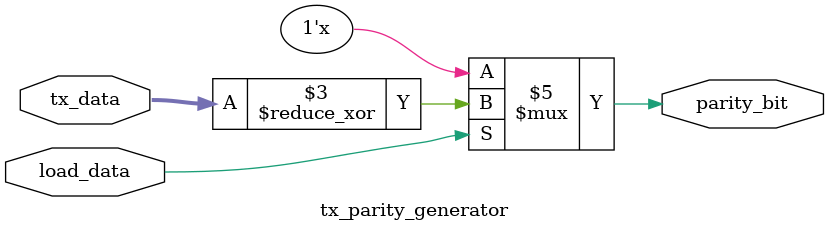
<source format=v>
module tx_parity_generator(
    input load_data,
    input [7:0] tx_data,
    output reg parity_bit);

    always @(*)
    begin
        if( load_data==1'b1 )
            parity_bit = ^ tx_data;
        else
            parity_bit = 1'bZ;      
// to be checked later on
    end
endmodule

</source>
